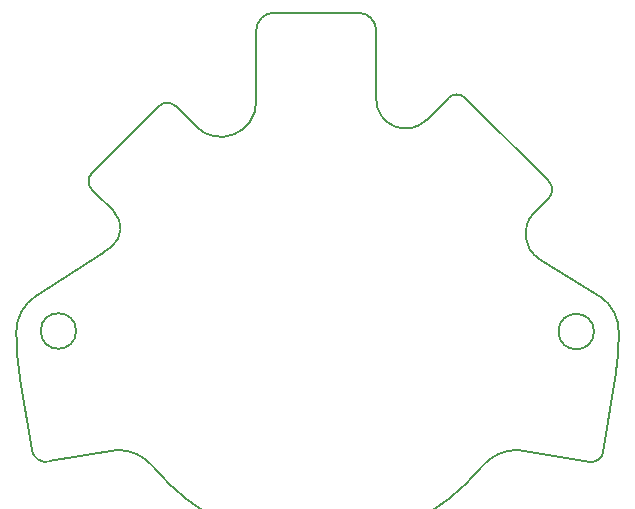
<source format=gbr>
%TF.GenerationSoftware,KiCad,Pcbnew,(5.1.10)-1*%
%TF.CreationDate,2021-12-06T16:33:20+01:00*%
%TF.ProjectId,MiniAB-CAN-Board,4d696e69-4142-42d4-9341-4e2d426f6172,rev?*%
%TF.SameCoordinates,Original*%
%TF.FileFunction,Profile,NP*%
%FSLAX46Y46*%
G04 Gerber Fmt 4.6, Leading zero omitted, Abs format (unit mm)*
G04 Created by KiCad (PCBNEW (5.1.10)-1) date 2021-12-06 16:33:20*
%MOMM*%
%LPD*%
G01*
G04 APERTURE LIST*
%TA.AperFunction,Profile*%
%ADD10C,0.200000*%
%TD*%
G04 APERTURE END LIST*
D10*
X-42281889Y-43655991D02*
G75*
G02*
X-42281889Y-42241777I707107J707107D01*
G01*
X-36625029Y-36584916D02*
G75*
G02*
X-35210815Y-36584916I707107J-707107D01*
G01*
X-36625029Y-36584916D02*
X-42281889Y-42241777D01*
X-6219438Y-65676799D02*
X-144579Y-66686290D01*
X-42119999Y-43826800D02*
X-40448701Y-45489178D01*
X-40448700Y-45489178D02*
G75*
G02*
X-40633770Y-48481113I-1414214J-1414214D01*
G01*
X-40633770Y-48481113D02*
G75*
G02*
X-41357779Y-48995187I-6145721J7888607D01*
G01*
X1010000Y-65876798D02*
X2010000Y-59676799D01*
X-41357779Y-48995187D02*
X-47050972Y-52668640D01*
X-48689999Y-55676800D02*
G75*
G02*
X-47050972Y-52668640I3580000J0D01*
G01*
X-48374705Y-59674372D02*
G75*
G02*
X-48689999Y-55676800I25184705J3997572D01*
G01*
X-48374705Y-59674371D02*
X-47389999Y-65676799D01*
X-45911391Y-66667072D02*
G75*
G02*
X-47389999Y-65676799I-267824J1199119D01*
G01*
X-40160562Y-65676799D02*
G75*
G02*
X-37075005Y-67131344I0J-4000000D01*
G01*
X1009999Y-65876799D02*
G75*
G02*
X-144579Y-66686290I-1008845J210784D01*
G01*
X-9304995Y-67131345D02*
G75*
G02*
X-6219438Y-65676799I3085557J-2545453D01*
G01*
X-45911391Y-66667071D02*
X-40160562Y-65676798D01*
X2324701Y-55876793D02*
G75*
G02*
X2010000Y-59676799I-25514701J199993D01*
G01*
X-10681121Y-35877809D02*
X-3610048Y-42948884D01*
X-12095335Y-35877809D02*
G75*
G02*
X-10681121Y-35877809I707107J-707107D01*
G01*
X-3610048Y-44363098D02*
X-4861860Y-45614910D01*
X-28374521Y-36178569D02*
X-28374521Y-30177133D01*
X-9304996Y-67131345D02*
G75*
G02*
X-37075005Y-67131344I-13885004J11454545D01*
G01*
X-13956756Y-37739229D02*
G75*
G02*
X-18224523Y-35971462I-1767767J1767767D01*
G01*
X-18224523Y-30177133D02*
X-18224523Y-35971462D01*
X-28374521Y-30177133D02*
G75*
G02*
X-26874521Y-28677133I1500000J0D01*
G01*
X-19724523Y-28677133D02*
G75*
G02*
X-18224523Y-30177133I0J-1500000D01*
G01*
X-35210815Y-36584916D02*
X-33495842Y-38299889D01*
X-26874521Y-28677133D02*
X-19724523Y-28677133D01*
X-12095335Y-35877809D02*
X-13956756Y-37739229D01*
X-4407297Y-49509998D02*
X681958Y-52651615D01*
X-4407297Y-49509997D02*
G75*
G02*
X-4861860Y-45614910I1313203J2127320D01*
G01*
X-28374521Y-36178570D02*
G75*
G02*
X-33495842Y-38299889I-3000000J1D01*
G01*
X-3610048Y-42948884D02*
G75*
G02*
X-3610048Y-44363098I-707107J-707107D01*
G01*
X-42281889Y-43655991D02*
X-42119999Y-43826800D01*
X681957Y-52651615D02*
G75*
G02*
X2324702Y-55876793I-1951957J-3025185D01*
G01*
X-43629878Y-55617031D02*
G75*
G03*
X-43629878Y-55617031I-1500000J0D01*
G01*
X214522Y-55667831D02*
G75*
G03*
X214522Y-55667831I-1500000J0D01*
G01*
M02*

</source>
